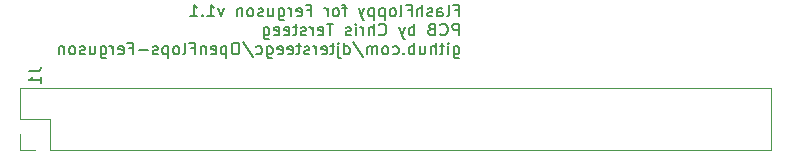
<source format=gbr>
G04 #@! TF.GenerationSoftware,KiCad,Pcbnew,8.0.7*
G04 #@! TF.CreationDate,2025-01-10T00:35:48-06:00*
G04 #@! TF.ProjectId,OpenFlops,4f70656e-466c-46f7-9073-2e6b69636164,1.0*
G04 #@! TF.SameCoordinates,PX72b28c8PY7654b98*
G04 #@! TF.FileFunction,Legend,Bot*
G04 #@! TF.FilePolarity,Positive*
%FSLAX46Y46*%
G04 Gerber Fmt 4.6, Leading zero omitted, Abs format (unit mm)*
G04 Created by KiCad (PCBNEW 8.0.7) date 2025-01-10 00:35:48*
%MOMM*%
%LPD*%
G01*
G04 APERTURE LIST*
%ADD10C,0.150000*%
%ADD11C,0.120000*%
G04 APERTURE END LIST*
D10*
X37429887Y36512879D02*
X37763220Y36512879D01*
X37763220Y35989069D02*
X37763220Y36989069D01*
X37763220Y36989069D02*
X37287030Y36989069D01*
X36763220Y35989069D02*
X36858458Y36036688D01*
X36858458Y36036688D02*
X36906077Y36131927D01*
X36906077Y36131927D02*
X36906077Y36989069D01*
X35953696Y35989069D02*
X35953696Y36512879D01*
X35953696Y36512879D02*
X36001315Y36608117D01*
X36001315Y36608117D02*
X36096553Y36655736D01*
X36096553Y36655736D02*
X36287029Y36655736D01*
X36287029Y36655736D02*
X36382267Y36608117D01*
X35953696Y36036688D02*
X36048934Y35989069D01*
X36048934Y35989069D02*
X36287029Y35989069D01*
X36287029Y35989069D02*
X36382267Y36036688D01*
X36382267Y36036688D02*
X36429886Y36131927D01*
X36429886Y36131927D02*
X36429886Y36227165D01*
X36429886Y36227165D02*
X36382267Y36322403D01*
X36382267Y36322403D02*
X36287029Y36370022D01*
X36287029Y36370022D02*
X36048934Y36370022D01*
X36048934Y36370022D02*
X35953696Y36417641D01*
X35525124Y36036688D02*
X35429886Y35989069D01*
X35429886Y35989069D02*
X35239410Y35989069D01*
X35239410Y35989069D02*
X35144172Y36036688D01*
X35144172Y36036688D02*
X35096553Y36131927D01*
X35096553Y36131927D02*
X35096553Y36179546D01*
X35096553Y36179546D02*
X35144172Y36274784D01*
X35144172Y36274784D02*
X35239410Y36322403D01*
X35239410Y36322403D02*
X35382267Y36322403D01*
X35382267Y36322403D02*
X35477505Y36370022D01*
X35477505Y36370022D02*
X35525124Y36465260D01*
X35525124Y36465260D02*
X35525124Y36512879D01*
X35525124Y36512879D02*
X35477505Y36608117D01*
X35477505Y36608117D02*
X35382267Y36655736D01*
X35382267Y36655736D02*
X35239410Y36655736D01*
X35239410Y36655736D02*
X35144172Y36608117D01*
X34667981Y35989069D02*
X34667981Y36989069D01*
X34239410Y35989069D02*
X34239410Y36512879D01*
X34239410Y36512879D02*
X34287029Y36608117D01*
X34287029Y36608117D02*
X34382267Y36655736D01*
X34382267Y36655736D02*
X34525124Y36655736D01*
X34525124Y36655736D02*
X34620362Y36608117D01*
X34620362Y36608117D02*
X34667981Y36560498D01*
X33429886Y36512879D02*
X33763219Y36512879D01*
X33763219Y35989069D02*
X33763219Y36989069D01*
X33763219Y36989069D02*
X33287029Y36989069D01*
X32763219Y35989069D02*
X32858457Y36036688D01*
X32858457Y36036688D02*
X32906076Y36131927D01*
X32906076Y36131927D02*
X32906076Y36989069D01*
X32239409Y35989069D02*
X32334647Y36036688D01*
X32334647Y36036688D02*
X32382266Y36084308D01*
X32382266Y36084308D02*
X32429885Y36179546D01*
X32429885Y36179546D02*
X32429885Y36465260D01*
X32429885Y36465260D02*
X32382266Y36560498D01*
X32382266Y36560498D02*
X32334647Y36608117D01*
X32334647Y36608117D02*
X32239409Y36655736D01*
X32239409Y36655736D02*
X32096552Y36655736D01*
X32096552Y36655736D02*
X32001314Y36608117D01*
X32001314Y36608117D02*
X31953695Y36560498D01*
X31953695Y36560498D02*
X31906076Y36465260D01*
X31906076Y36465260D02*
X31906076Y36179546D01*
X31906076Y36179546D02*
X31953695Y36084308D01*
X31953695Y36084308D02*
X32001314Y36036688D01*
X32001314Y36036688D02*
X32096552Y35989069D01*
X32096552Y35989069D02*
X32239409Y35989069D01*
X31477504Y36655736D02*
X31477504Y35655736D01*
X31477504Y36608117D02*
X31382266Y36655736D01*
X31382266Y36655736D02*
X31191790Y36655736D01*
X31191790Y36655736D02*
X31096552Y36608117D01*
X31096552Y36608117D02*
X31048933Y36560498D01*
X31048933Y36560498D02*
X31001314Y36465260D01*
X31001314Y36465260D02*
X31001314Y36179546D01*
X31001314Y36179546D02*
X31048933Y36084308D01*
X31048933Y36084308D02*
X31096552Y36036688D01*
X31096552Y36036688D02*
X31191790Y35989069D01*
X31191790Y35989069D02*
X31382266Y35989069D01*
X31382266Y35989069D02*
X31477504Y36036688D01*
X30572742Y36655736D02*
X30572742Y35655736D01*
X30572742Y36608117D02*
X30477504Y36655736D01*
X30477504Y36655736D02*
X30287028Y36655736D01*
X30287028Y36655736D02*
X30191790Y36608117D01*
X30191790Y36608117D02*
X30144171Y36560498D01*
X30144171Y36560498D02*
X30096552Y36465260D01*
X30096552Y36465260D02*
X30096552Y36179546D01*
X30096552Y36179546D02*
X30144171Y36084308D01*
X30144171Y36084308D02*
X30191790Y36036688D01*
X30191790Y36036688D02*
X30287028Y35989069D01*
X30287028Y35989069D02*
X30477504Y35989069D01*
X30477504Y35989069D02*
X30572742Y36036688D01*
X29763218Y36655736D02*
X29525123Y35989069D01*
X29287028Y36655736D02*
X29525123Y35989069D01*
X29525123Y35989069D02*
X29620361Y35750974D01*
X29620361Y35750974D02*
X29667980Y35703355D01*
X29667980Y35703355D02*
X29763218Y35655736D01*
X28287027Y36655736D02*
X27906075Y36655736D01*
X28144170Y35989069D02*
X28144170Y36846212D01*
X28144170Y36846212D02*
X28096551Y36941450D01*
X28096551Y36941450D02*
X28001313Y36989069D01*
X28001313Y36989069D02*
X27906075Y36989069D01*
X27429884Y35989069D02*
X27525122Y36036688D01*
X27525122Y36036688D02*
X27572741Y36084308D01*
X27572741Y36084308D02*
X27620360Y36179546D01*
X27620360Y36179546D02*
X27620360Y36465260D01*
X27620360Y36465260D02*
X27572741Y36560498D01*
X27572741Y36560498D02*
X27525122Y36608117D01*
X27525122Y36608117D02*
X27429884Y36655736D01*
X27429884Y36655736D02*
X27287027Y36655736D01*
X27287027Y36655736D02*
X27191789Y36608117D01*
X27191789Y36608117D02*
X27144170Y36560498D01*
X27144170Y36560498D02*
X27096551Y36465260D01*
X27096551Y36465260D02*
X27096551Y36179546D01*
X27096551Y36179546D02*
X27144170Y36084308D01*
X27144170Y36084308D02*
X27191789Y36036688D01*
X27191789Y36036688D02*
X27287027Y35989069D01*
X27287027Y35989069D02*
X27429884Y35989069D01*
X26667979Y35989069D02*
X26667979Y36655736D01*
X26667979Y36465260D02*
X26620360Y36560498D01*
X26620360Y36560498D02*
X26572741Y36608117D01*
X26572741Y36608117D02*
X26477503Y36655736D01*
X26477503Y36655736D02*
X26382265Y36655736D01*
X24953693Y36512879D02*
X25287026Y36512879D01*
X25287026Y35989069D02*
X25287026Y36989069D01*
X25287026Y36989069D02*
X24810836Y36989069D01*
X24048931Y36036688D02*
X24144169Y35989069D01*
X24144169Y35989069D02*
X24334645Y35989069D01*
X24334645Y35989069D02*
X24429883Y36036688D01*
X24429883Y36036688D02*
X24477502Y36131927D01*
X24477502Y36131927D02*
X24477502Y36512879D01*
X24477502Y36512879D02*
X24429883Y36608117D01*
X24429883Y36608117D02*
X24334645Y36655736D01*
X24334645Y36655736D02*
X24144169Y36655736D01*
X24144169Y36655736D02*
X24048931Y36608117D01*
X24048931Y36608117D02*
X24001312Y36512879D01*
X24001312Y36512879D02*
X24001312Y36417641D01*
X24001312Y36417641D02*
X24477502Y36322403D01*
X23572740Y35989069D02*
X23572740Y36655736D01*
X23572740Y36465260D02*
X23525121Y36560498D01*
X23525121Y36560498D02*
X23477502Y36608117D01*
X23477502Y36608117D02*
X23382264Y36655736D01*
X23382264Y36655736D02*
X23287026Y36655736D01*
X22525121Y36655736D02*
X22525121Y35846212D01*
X22525121Y35846212D02*
X22572740Y35750974D01*
X22572740Y35750974D02*
X22620359Y35703355D01*
X22620359Y35703355D02*
X22715597Y35655736D01*
X22715597Y35655736D02*
X22858454Y35655736D01*
X22858454Y35655736D02*
X22953692Y35703355D01*
X22525121Y36036688D02*
X22620359Y35989069D01*
X22620359Y35989069D02*
X22810835Y35989069D01*
X22810835Y35989069D02*
X22906073Y36036688D01*
X22906073Y36036688D02*
X22953692Y36084308D01*
X22953692Y36084308D02*
X23001311Y36179546D01*
X23001311Y36179546D02*
X23001311Y36465260D01*
X23001311Y36465260D02*
X22953692Y36560498D01*
X22953692Y36560498D02*
X22906073Y36608117D01*
X22906073Y36608117D02*
X22810835Y36655736D01*
X22810835Y36655736D02*
X22620359Y36655736D01*
X22620359Y36655736D02*
X22525121Y36608117D01*
X21620359Y36655736D02*
X21620359Y35989069D01*
X22048930Y36655736D02*
X22048930Y36131927D01*
X22048930Y36131927D02*
X22001311Y36036688D01*
X22001311Y36036688D02*
X21906073Y35989069D01*
X21906073Y35989069D02*
X21763216Y35989069D01*
X21763216Y35989069D02*
X21667978Y36036688D01*
X21667978Y36036688D02*
X21620359Y36084308D01*
X21191787Y36036688D02*
X21096549Y35989069D01*
X21096549Y35989069D02*
X20906073Y35989069D01*
X20906073Y35989069D02*
X20810835Y36036688D01*
X20810835Y36036688D02*
X20763216Y36131927D01*
X20763216Y36131927D02*
X20763216Y36179546D01*
X20763216Y36179546D02*
X20810835Y36274784D01*
X20810835Y36274784D02*
X20906073Y36322403D01*
X20906073Y36322403D02*
X21048930Y36322403D01*
X21048930Y36322403D02*
X21144168Y36370022D01*
X21144168Y36370022D02*
X21191787Y36465260D01*
X21191787Y36465260D02*
X21191787Y36512879D01*
X21191787Y36512879D02*
X21144168Y36608117D01*
X21144168Y36608117D02*
X21048930Y36655736D01*
X21048930Y36655736D02*
X20906073Y36655736D01*
X20906073Y36655736D02*
X20810835Y36608117D01*
X20191787Y35989069D02*
X20287025Y36036688D01*
X20287025Y36036688D02*
X20334644Y36084308D01*
X20334644Y36084308D02*
X20382263Y36179546D01*
X20382263Y36179546D02*
X20382263Y36465260D01*
X20382263Y36465260D02*
X20334644Y36560498D01*
X20334644Y36560498D02*
X20287025Y36608117D01*
X20287025Y36608117D02*
X20191787Y36655736D01*
X20191787Y36655736D02*
X20048930Y36655736D01*
X20048930Y36655736D02*
X19953692Y36608117D01*
X19953692Y36608117D02*
X19906073Y36560498D01*
X19906073Y36560498D02*
X19858454Y36465260D01*
X19858454Y36465260D02*
X19858454Y36179546D01*
X19858454Y36179546D02*
X19906073Y36084308D01*
X19906073Y36084308D02*
X19953692Y36036688D01*
X19953692Y36036688D02*
X20048930Y35989069D01*
X20048930Y35989069D02*
X20191787Y35989069D01*
X19429882Y36655736D02*
X19429882Y35989069D01*
X19429882Y36560498D02*
X19382263Y36608117D01*
X19382263Y36608117D02*
X19287025Y36655736D01*
X19287025Y36655736D02*
X19144168Y36655736D01*
X19144168Y36655736D02*
X19048930Y36608117D01*
X19048930Y36608117D02*
X19001311Y36512879D01*
X19001311Y36512879D02*
X19001311Y35989069D01*
X17858453Y36655736D02*
X17620358Y35989069D01*
X17620358Y35989069D02*
X17382263Y36655736D01*
X16477501Y35989069D02*
X17048929Y35989069D01*
X16763215Y35989069D02*
X16763215Y36989069D01*
X16763215Y36989069D02*
X16858453Y36846212D01*
X16858453Y36846212D02*
X16953691Y36750974D01*
X16953691Y36750974D02*
X17048929Y36703355D01*
X16048929Y36084308D02*
X16001310Y36036688D01*
X16001310Y36036688D02*
X16048929Y35989069D01*
X16048929Y35989069D02*
X16096548Y36036688D01*
X16096548Y36036688D02*
X16048929Y36084308D01*
X16048929Y36084308D02*
X16048929Y35989069D01*
X15048930Y35989069D02*
X15620358Y35989069D01*
X15334644Y35989069D02*
X15334644Y36989069D01*
X15334644Y36989069D02*
X15429882Y36846212D01*
X15429882Y36846212D02*
X15525120Y36750974D01*
X15525120Y36750974D02*
X15620358Y36703355D01*
X37763220Y34379125D02*
X37763220Y35379125D01*
X37763220Y35379125D02*
X37382268Y35379125D01*
X37382268Y35379125D02*
X37287030Y35331506D01*
X37287030Y35331506D02*
X37239411Y35283887D01*
X37239411Y35283887D02*
X37191792Y35188649D01*
X37191792Y35188649D02*
X37191792Y35045792D01*
X37191792Y35045792D02*
X37239411Y34950554D01*
X37239411Y34950554D02*
X37287030Y34902935D01*
X37287030Y34902935D02*
X37382268Y34855316D01*
X37382268Y34855316D02*
X37763220Y34855316D01*
X36191792Y34474364D02*
X36239411Y34426744D01*
X36239411Y34426744D02*
X36382268Y34379125D01*
X36382268Y34379125D02*
X36477506Y34379125D01*
X36477506Y34379125D02*
X36620363Y34426744D01*
X36620363Y34426744D02*
X36715601Y34521983D01*
X36715601Y34521983D02*
X36763220Y34617221D01*
X36763220Y34617221D02*
X36810839Y34807697D01*
X36810839Y34807697D02*
X36810839Y34950554D01*
X36810839Y34950554D02*
X36763220Y35141030D01*
X36763220Y35141030D02*
X36715601Y35236268D01*
X36715601Y35236268D02*
X36620363Y35331506D01*
X36620363Y35331506D02*
X36477506Y35379125D01*
X36477506Y35379125D02*
X36382268Y35379125D01*
X36382268Y35379125D02*
X36239411Y35331506D01*
X36239411Y35331506D02*
X36191792Y35283887D01*
X35429887Y34902935D02*
X35287030Y34855316D01*
X35287030Y34855316D02*
X35239411Y34807697D01*
X35239411Y34807697D02*
X35191792Y34712459D01*
X35191792Y34712459D02*
X35191792Y34569602D01*
X35191792Y34569602D02*
X35239411Y34474364D01*
X35239411Y34474364D02*
X35287030Y34426744D01*
X35287030Y34426744D02*
X35382268Y34379125D01*
X35382268Y34379125D02*
X35763220Y34379125D01*
X35763220Y34379125D02*
X35763220Y35379125D01*
X35763220Y35379125D02*
X35429887Y35379125D01*
X35429887Y35379125D02*
X35334649Y35331506D01*
X35334649Y35331506D02*
X35287030Y35283887D01*
X35287030Y35283887D02*
X35239411Y35188649D01*
X35239411Y35188649D02*
X35239411Y35093411D01*
X35239411Y35093411D02*
X35287030Y34998173D01*
X35287030Y34998173D02*
X35334649Y34950554D01*
X35334649Y34950554D02*
X35429887Y34902935D01*
X35429887Y34902935D02*
X35763220Y34902935D01*
X34001315Y34379125D02*
X34001315Y35379125D01*
X34001315Y34998173D02*
X33906077Y35045792D01*
X33906077Y35045792D02*
X33715601Y35045792D01*
X33715601Y35045792D02*
X33620363Y34998173D01*
X33620363Y34998173D02*
X33572744Y34950554D01*
X33572744Y34950554D02*
X33525125Y34855316D01*
X33525125Y34855316D02*
X33525125Y34569602D01*
X33525125Y34569602D02*
X33572744Y34474364D01*
X33572744Y34474364D02*
X33620363Y34426744D01*
X33620363Y34426744D02*
X33715601Y34379125D01*
X33715601Y34379125D02*
X33906077Y34379125D01*
X33906077Y34379125D02*
X34001315Y34426744D01*
X33191791Y35045792D02*
X32953696Y34379125D01*
X32715601Y35045792D02*
X32953696Y34379125D01*
X32953696Y34379125D02*
X33048934Y34141030D01*
X33048934Y34141030D02*
X33096553Y34093411D01*
X33096553Y34093411D02*
X33191791Y34045792D01*
X31001315Y34474364D02*
X31048934Y34426744D01*
X31048934Y34426744D02*
X31191791Y34379125D01*
X31191791Y34379125D02*
X31287029Y34379125D01*
X31287029Y34379125D02*
X31429886Y34426744D01*
X31429886Y34426744D02*
X31525124Y34521983D01*
X31525124Y34521983D02*
X31572743Y34617221D01*
X31572743Y34617221D02*
X31620362Y34807697D01*
X31620362Y34807697D02*
X31620362Y34950554D01*
X31620362Y34950554D02*
X31572743Y35141030D01*
X31572743Y35141030D02*
X31525124Y35236268D01*
X31525124Y35236268D02*
X31429886Y35331506D01*
X31429886Y35331506D02*
X31287029Y35379125D01*
X31287029Y35379125D02*
X31191791Y35379125D01*
X31191791Y35379125D02*
X31048934Y35331506D01*
X31048934Y35331506D02*
X31001315Y35283887D01*
X30572743Y34379125D02*
X30572743Y35379125D01*
X30144172Y34379125D02*
X30144172Y34902935D01*
X30144172Y34902935D02*
X30191791Y34998173D01*
X30191791Y34998173D02*
X30287029Y35045792D01*
X30287029Y35045792D02*
X30429886Y35045792D01*
X30429886Y35045792D02*
X30525124Y34998173D01*
X30525124Y34998173D02*
X30572743Y34950554D01*
X29667981Y34379125D02*
X29667981Y35045792D01*
X29667981Y34855316D02*
X29620362Y34950554D01*
X29620362Y34950554D02*
X29572743Y34998173D01*
X29572743Y34998173D02*
X29477505Y35045792D01*
X29477505Y35045792D02*
X29382267Y35045792D01*
X29048933Y34379125D02*
X29048933Y35045792D01*
X29048933Y35379125D02*
X29096552Y35331506D01*
X29096552Y35331506D02*
X29048933Y35283887D01*
X29048933Y35283887D02*
X29001314Y35331506D01*
X29001314Y35331506D02*
X29048933Y35379125D01*
X29048933Y35379125D02*
X29048933Y35283887D01*
X28620362Y34426744D02*
X28525124Y34379125D01*
X28525124Y34379125D02*
X28334648Y34379125D01*
X28334648Y34379125D02*
X28239410Y34426744D01*
X28239410Y34426744D02*
X28191791Y34521983D01*
X28191791Y34521983D02*
X28191791Y34569602D01*
X28191791Y34569602D02*
X28239410Y34664840D01*
X28239410Y34664840D02*
X28334648Y34712459D01*
X28334648Y34712459D02*
X28477505Y34712459D01*
X28477505Y34712459D02*
X28572743Y34760078D01*
X28572743Y34760078D02*
X28620362Y34855316D01*
X28620362Y34855316D02*
X28620362Y34902935D01*
X28620362Y34902935D02*
X28572743Y34998173D01*
X28572743Y34998173D02*
X28477505Y35045792D01*
X28477505Y35045792D02*
X28334648Y35045792D01*
X28334648Y35045792D02*
X28239410Y34998173D01*
X27144171Y35379125D02*
X26572743Y35379125D01*
X26858457Y34379125D02*
X26858457Y35379125D01*
X25858457Y34426744D02*
X25953695Y34379125D01*
X25953695Y34379125D02*
X26144171Y34379125D01*
X26144171Y34379125D02*
X26239409Y34426744D01*
X26239409Y34426744D02*
X26287028Y34521983D01*
X26287028Y34521983D02*
X26287028Y34902935D01*
X26287028Y34902935D02*
X26239409Y34998173D01*
X26239409Y34998173D02*
X26144171Y35045792D01*
X26144171Y35045792D02*
X25953695Y35045792D01*
X25953695Y35045792D02*
X25858457Y34998173D01*
X25858457Y34998173D02*
X25810838Y34902935D01*
X25810838Y34902935D02*
X25810838Y34807697D01*
X25810838Y34807697D02*
X26287028Y34712459D01*
X25382266Y34379125D02*
X25382266Y35045792D01*
X25382266Y34855316D02*
X25334647Y34950554D01*
X25334647Y34950554D02*
X25287028Y34998173D01*
X25287028Y34998173D02*
X25191790Y35045792D01*
X25191790Y35045792D02*
X25096552Y35045792D01*
X24810837Y34426744D02*
X24715599Y34379125D01*
X24715599Y34379125D02*
X24525123Y34379125D01*
X24525123Y34379125D02*
X24429885Y34426744D01*
X24429885Y34426744D02*
X24382266Y34521983D01*
X24382266Y34521983D02*
X24382266Y34569602D01*
X24382266Y34569602D02*
X24429885Y34664840D01*
X24429885Y34664840D02*
X24525123Y34712459D01*
X24525123Y34712459D02*
X24667980Y34712459D01*
X24667980Y34712459D02*
X24763218Y34760078D01*
X24763218Y34760078D02*
X24810837Y34855316D01*
X24810837Y34855316D02*
X24810837Y34902935D01*
X24810837Y34902935D02*
X24763218Y34998173D01*
X24763218Y34998173D02*
X24667980Y35045792D01*
X24667980Y35045792D02*
X24525123Y35045792D01*
X24525123Y35045792D02*
X24429885Y34998173D01*
X24096551Y35045792D02*
X23715599Y35045792D01*
X23953694Y35379125D02*
X23953694Y34521983D01*
X23953694Y34521983D02*
X23906075Y34426744D01*
X23906075Y34426744D02*
X23810837Y34379125D01*
X23810837Y34379125D02*
X23715599Y34379125D01*
X23001313Y34426744D02*
X23096551Y34379125D01*
X23096551Y34379125D02*
X23287027Y34379125D01*
X23287027Y34379125D02*
X23382265Y34426744D01*
X23382265Y34426744D02*
X23429884Y34521983D01*
X23429884Y34521983D02*
X23429884Y34902935D01*
X23429884Y34902935D02*
X23382265Y34998173D01*
X23382265Y34998173D02*
X23287027Y35045792D01*
X23287027Y35045792D02*
X23096551Y35045792D01*
X23096551Y35045792D02*
X23001313Y34998173D01*
X23001313Y34998173D02*
X22953694Y34902935D01*
X22953694Y34902935D02*
X22953694Y34807697D01*
X22953694Y34807697D02*
X23429884Y34712459D01*
X22144170Y34426744D02*
X22239408Y34379125D01*
X22239408Y34379125D02*
X22429884Y34379125D01*
X22429884Y34379125D02*
X22525122Y34426744D01*
X22525122Y34426744D02*
X22572741Y34521983D01*
X22572741Y34521983D02*
X22572741Y34902935D01*
X22572741Y34902935D02*
X22525122Y34998173D01*
X22525122Y34998173D02*
X22429884Y35045792D01*
X22429884Y35045792D02*
X22239408Y35045792D01*
X22239408Y35045792D02*
X22144170Y34998173D01*
X22144170Y34998173D02*
X22096551Y34902935D01*
X22096551Y34902935D02*
X22096551Y34807697D01*
X22096551Y34807697D02*
X22572741Y34712459D01*
X21239408Y35045792D02*
X21239408Y34236268D01*
X21239408Y34236268D02*
X21287027Y34141030D01*
X21287027Y34141030D02*
X21334646Y34093411D01*
X21334646Y34093411D02*
X21429884Y34045792D01*
X21429884Y34045792D02*
X21572741Y34045792D01*
X21572741Y34045792D02*
X21667979Y34093411D01*
X21239408Y34426744D02*
X21334646Y34379125D01*
X21334646Y34379125D02*
X21525122Y34379125D01*
X21525122Y34379125D02*
X21620360Y34426744D01*
X21620360Y34426744D02*
X21667979Y34474364D01*
X21667979Y34474364D02*
X21715598Y34569602D01*
X21715598Y34569602D02*
X21715598Y34855316D01*
X21715598Y34855316D02*
X21667979Y34950554D01*
X21667979Y34950554D02*
X21620360Y34998173D01*
X21620360Y34998173D02*
X21525122Y35045792D01*
X21525122Y35045792D02*
X21334646Y35045792D01*
X21334646Y35045792D02*
X21239408Y34998173D01*
X37334649Y33435848D02*
X37334649Y32626324D01*
X37334649Y32626324D02*
X37382268Y32531086D01*
X37382268Y32531086D02*
X37429887Y32483467D01*
X37429887Y32483467D02*
X37525125Y32435848D01*
X37525125Y32435848D02*
X37667982Y32435848D01*
X37667982Y32435848D02*
X37763220Y32483467D01*
X37334649Y32816800D02*
X37429887Y32769181D01*
X37429887Y32769181D02*
X37620363Y32769181D01*
X37620363Y32769181D02*
X37715601Y32816800D01*
X37715601Y32816800D02*
X37763220Y32864420D01*
X37763220Y32864420D02*
X37810839Y32959658D01*
X37810839Y32959658D02*
X37810839Y33245372D01*
X37810839Y33245372D02*
X37763220Y33340610D01*
X37763220Y33340610D02*
X37715601Y33388229D01*
X37715601Y33388229D02*
X37620363Y33435848D01*
X37620363Y33435848D02*
X37429887Y33435848D01*
X37429887Y33435848D02*
X37334649Y33388229D01*
X36858458Y32769181D02*
X36858458Y33435848D01*
X36858458Y33769181D02*
X36906077Y33721562D01*
X36906077Y33721562D02*
X36858458Y33673943D01*
X36858458Y33673943D02*
X36810839Y33721562D01*
X36810839Y33721562D02*
X36858458Y33769181D01*
X36858458Y33769181D02*
X36858458Y33673943D01*
X36525125Y33435848D02*
X36144173Y33435848D01*
X36382268Y33769181D02*
X36382268Y32912039D01*
X36382268Y32912039D02*
X36334649Y32816800D01*
X36334649Y32816800D02*
X36239411Y32769181D01*
X36239411Y32769181D02*
X36144173Y32769181D01*
X35810839Y32769181D02*
X35810839Y33769181D01*
X35382268Y32769181D02*
X35382268Y33292991D01*
X35382268Y33292991D02*
X35429887Y33388229D01*
X35429887Y33388229D02*
X35525125Y33435848D01*
X35525125Y33435848D02*
X35667982Y33435848D01*
X35667982Y33435848D02*
X35763220Y33388229D01*
X35763220Y33388229D02*
X35810839Y33340610D01*
X34477506Y33435848D02*
X34477506Y32769181D01*
X34906077Y33435848D02*
X34906077Y32912039D01*
X34906077Y32912039D02*
X34858458Y32816800D01*
X34858458Y32816800D02*
X34763220Y32769181D01*
X34763220Y32769181D02*
X34620363Y32769181D01*
X34620363Y32769181D02*
X34525125Y32816800D01*
X34525125Y32816800D02*
X34477506Y32864420D01*
X34001315Y32769181D02*
X34001315Y33769181D01*
X34001315Y33388229D02*
X33906077Y33435848D01*
X33906077Y33435848D02*
X33715601Y33435848D01*
X33715601Y33435848D02*
X33620363Y33388229D01*
X33620363Y33388229D02*
X33572744Y33340610D01*
X33572744Y33340610D02*
X33525125Y33245372D01*
X33525125Y33245372D02*
X33525125Y32959658D01*
X33525125Y32959658D02*
X33572744Y32864420D01*
X33572744Y32864420D02*
X33620363Y32816800D01*
X33620363Y32816800D02*
X33715601Y32769181D01*
X33715601Y32769181D02*
X33906077Y32769181D01*
X33906077Y32769181D02*
X34001315Y32816800D01*
X33096553Y32864420D02*
X33048934Y32816800D01*
X33048934Y32816800D02*
X33096553Y32769181D01*
X33096553Y32769181D02*
X33144172Y32816800D01*
X33144172Y32816800D02*
X33096553Y32864420D01*
X33096553Y32864420D02*
X33096553Y32769181D01*
X32191792Y32816800D02*
X32287030Y32769181D01*
X32287030Y32769181D02*
X32477506Y32769181D01*
X32477506Y32769181D02*
X32572744Y32816800D01*
X32572744Y32816800D02*
X32620363Y32864420D01*
X32620363Y32864420D02*
X32667982Y32959658D01*
X32667982Y32959658D02*
X32667982Y33245372D01*
X32667982Y33245372D02*
X32620363Y33340610D01*
X32620363Y33340610D02*
X32572744Y33388229D01*
X32572744Y33388229D02*
X32477506Y33435848D01*
X32477506Y33435848D02*
X32287030Y33435848D01*
X32287030Y33435848D02*
X32191792Y33388229D01*
X31620363Y32769181D02*
X31715601Y32816800D01*
X31715601Y32816800D02*
X31763220Y32864420D01*
X31763220Y32864420D02*
X31810839Y32959658D01*
X31810839Y32959658D02*
X31810839Y33245372D01*
X31810839Y33245372D02*
X31763220Y33340610D01*
X31763220Y33340610D02*
X31715601Y33388229D01*
X31715601Y33388229D02*
X31620363Y33435848D01*
X31620363Y33435848D02*
X31477506Y33435848D01*
X31477506Y33435848D02*
X31382268Y33388229D01*
X31382268Y33388229D02*
X31334649Y33340610D01*
X31334649Y33340610D02*
X31287030Y33245372D01*
X31287030Y33245372D02*
X31287030Y32959658D01*
X31287030Y32959658D02*
X31334649Y32864420D01*
X31334649Y32864420D02*
X31382268Y32816800D01*
X31382268Y32816800D02*
X31477506Y32769181D01*
X31477506Y32769181D02*
X31620363Y32769181D01*
X30858458Y32769181D02*
X30858458Y33435848D01*
X30858458Y33340610D02*
X30810839Y33388229D01*
X30810839Y33388229D02*
X30715601Y33435848D01*
X30715601Y33435848D02*
X30572744Y33435848D01*
X30572744Y33435848D02*
X30477506Y33388229D01*
X30477506Y33388229D02*
X30429887Y33292991D01*
X30429887Y33292991D02*
X30429887Y32769181D01*
X30429887Y33292991D02*
X30382268Y33388229D01*
X30382268Y33388229D02*
X30287030Y33435848D01*
X30287030Y33435848D02*
X30144173Y33435848D01*
X30144173Y33435848D02*
X30048934Y33388229D01*
X30048934Y33388229D02*
X30001315Y33292991D01*
X30001315Y33292991D02*
X30001315Y32769181D01*
X28810840Y33816800D02*
X29667982Y32531086D01*
X28048935Y32769181D02*
X28048935Y33769181D01*
X28048935Y32816800D02*
X28144173Y32769181D01*
X28144173Y32769181D02*
X28334649Y32769181D01*
X28334649Y32769181D02*
X28429887Y32816800D01*
X28429887Y32816800D02*
X28477506Y32864420D01*
X28477506Y32864420D02*
X28525125Y32959658D01*
X28525125Y32959658D02*
X28525125Y33245372D01*
X28525125Y33245372D02*
X28477506Y33340610D01*
X28477506Y33340610D02*
X28429887Y33388229D01*
X28429887Y33388229D02*
X28334649Y33435848D01*
X28334649Y33435848D02*
X28144173Y33435848D01*
X28144173Y33435848D02*
X28048935Y33388229D01*
X27572744Y33435848D02*
X27572744Y32578705D01*
X27572744Y32578705D02*
X27620363Y32483467D01*
X27620363Y32483467D02*
X27715601Y32435848D01*
X27715601Y32435848D02*
X27763220Y32435848D01*
X27572744Y33769181D02*
X27620363Y33721562D01*
X27620363Y33721562D02*
X27572744Y33673943D01*
X27572744Y33673943D02*
X27525125Y33721562D01*
X27525125Y33721562D02*
X27572744Y33769181D01*
X27572744Y33769181D02*
X27572744Y33673943D01*
X27239411Y33435848D02*
X26858459Y33435848D01*
X27096554Y33769181D02*
X27096554Y32912039D01*
X27096554Y32912039D02*
X27048935Y32816800D01*
X27048935Y32816800D02*
X26953697Y32769181D01*
X26953697Y32769181D02*
X26858459Y32769181D01*
X26144173Y32816800D02*
X26239411Y32769181D01*
X26239411Y32769181D02*
X26429887Y32769181D01*
X26429887Y32769181D02*
X26525125Y32816800D01*
X26525125Y32816800D02*
X26572744Y32912039D01*
X26572744Y32912039D02*
X26572744Y33292991D01*
X26572744Y33292991D02*
X26525125Y33388229D01*
X26525125Y33388229D02*
X26429887Y33435848D01*
X26429887Y33435848D02*
X26239411Y33435848D01*
X26239411Y33435848D02*
X26144173Y33388229D01*
X26144173Y33388229D02*
X26096554Y33292991D01*
X26096554Y33292991D02*
X26096554Y33197753D01*
X26096554Y33197753D02*
X26572744Y33102515D01*
X25667982Y32769181D02*
X25667982Y33435848D01*
X25667982Y33245372D02*
X25620363Y33340610D01*
X25620363Y33340610D02*
X25572744Y33388229D01*
X25572744Y33388229D02*
X25477506Y33435848D01*
X25477506Y33435848D02*
X25382268Y33435848D01*
X25096553Y32816800D02*
X25001315Y32769181D01*
X25001315Y32769181D02*
X24810839Y32769181D01*
X24810839Y32769181D02*
X24715601Y32816800D01*
X24715601Y32816800D02*
X24667982Y32912039D01*
X24667982Y32912039D02*
X24667982Y32959658D01*
X24667982Y32959658D02*
X24715601Y33054896D01*
X24715601Y33054896D02*
X24810839Y33102515D01*
X24810839Y33102515D02*
X24953696Y33102515D01*
X24953696Y33102515D02*
X25048934Y33150134D01*
X25048934Y33150134D02*
X25096553Y33245372D01*
X25096553Y33245372D02*
X25096553Y33292991D01*
X25096553Y33292991D02*
X25048934Y33388229D01*
X25048934Y33388229D02*
X24953696Y33435848D01*
X24953696Y33435848D02*
X24810839Y33435848D01*
X24810839Y33435848D02*
X24715601Y33388229D01*
X24382267Y33435848D02*
X24001315Y33435848D01*
X24239410Y33769181D02*
X24239410Y32912039D01*
X24239410Y32912039D02*
X24191791Y32816800D01*
X24191791Y32816800D02*
X24096553Y32769181D01*
X24096553Y32769181D02*
X24001315Y32769181D01*
X23287029Y32816800D02*
X23382267Y32769181D01*
X23382267Y32769181D02*
X23572743Y32769181D01*
X23572743Y32769181D02*
X23667981Y32816800D01*
X23667981Y32816800D02*
X23715600Y32912039D01*
X23715600Y32912039D02*
X23715600Y33292991D01*
X23715600Y33292991D02*
X23667981Y33388229D01*
X23667981Y33388229D02*
X23572743Y33435848D01*
X23572743Y33435848D02*
X23382267Y33435848D01*
X23382267Y33435848D02*
X23287029Y33388229D01*
X23287029Y33388229D02*
X23239410Y33292991D01*
X23239410Y33292991D02*
X23239410Y33197753D01*
X23239410Y33197753D02*
X23715600Y33102515D01*
X22429886Y32816800D02*
X22525124Y32769181D01*
X22525124Y32769181D02*
X22715600Y32769181D01*
X22715600Y32769181D02*
X22810838Y32816800D01*
X22810838Y32816800D02*
X22858457Y32912039D01*
X22858457Y32912039D02*
X22858457Y33292991D01*
X22858457Y33292991D02*
X22810838Y33388229D01*
X22810838Y33388229D02*
X22715600Y33435848D01*
X22715600Y33435848D02*
X22525124Y33435848D01*
X22525124Y33435848D02*
X22429886Y33388229D01*
X22429886Y33388229D02*
X22382267Y33292991D01*
X22382267Y33292991D02*
X22382267Y33197753D01*
X22382267Y33197753D02*
X22858457Y33102515D01*
X21525124Y33435848D02*
X21525124Y32626324D01*
X21525124Y32626324D02*
X21572743Y32531086D01*
X21572743Y32531086D02*
X21620362Y32483467D01*
X21620362Y32483467D02*
X21715600Y32435848D01*
X21715600Y32435848D02*
X21858457Y32435848D01*
X21858457Y32435848D02*
X21953695Y32483467D01*
X21525124Y32816800D02*
X21620362Y32769181D01*
X21620362Y32769181D02*
X21810838Y32769181D01*
X21810838Y32769181D02*
X21906076Y32816800D01*
X21906076Y32816800D02*
X21953695Y32864420D01*
X21953695Y32864420D02*
X22001314Y32959658D01*
X22001314Y32959658D02*
X22001314Y33245372D01*
X22001314Y33245372D02*
X21953695Y33340610D01*
X21953695Y33340610D02*
X21906076Y33388229D01*
X21906076Y33388229D02*
X21810838Y33435848D01*
X21810838Y33435848D02*
X21620362Y33435848D01*
X21620362Y33435848D02*
X21525124Y33388229D01*
X20620362Y32816800D02*
X20715600Y32769181D01*
X20715600Y32769181D02*
X20906076Y32769181D01*
X20906076Y32769181D02*
X21001314Y32816800D01*
X21001314Y32816800D02*
X21048933Y32864420D01*
X21048933Y32864420D02*
X21096552Y32959658D01*
X21096552Y32959658D02*
X21096552Y33245372D01*
X21096552Y33245372D02*
X21048933Y33340610D01*
X21048933Y33340610D02*
X21001314Y33388229D01*
X21001314Y33388229D02*
X20906076Y33435848D01*
X20906076Y33435848D02*
X20715600Y33435848D01*
X20715600Y33435848D02*
X20620362Y33388229D01*
X19477505Y33816800D02*
X20334647Y32531086D01*
X18953695Y33769181D02*
X18763219Y33769181D01*
X18763219Y33769181D02*
X18667981Y33721562D01*
X18667981Y33721562D02*
X18572743Y33626324D01*
X18572743Y33626324D02*
X18525124Y33435848D01*
X18525124Y33435848D02*
X18525124Y33102515D01*
X18525124Y33102515D02*
X18572743Y32912039D01*
X18572743Y32912039D02*
X18667981Y32816800D01*
X18667981Y32816800D02*
X18763219Y32769181D01*
X18763219Y32769181D02*
X18953695Y32769181D01*
X18953695Y32769181D02*
X19048933Y32816800D01*
X19048933Y32816800D02*
X19144171Y32912039D01*
X19144171Y32912039D02*
X19191790Y33102515D01*
X19191790Y33102515D02*
X19191790Y33435848D01*
X19191790Y33435848D02*
X19144171Y33626324D01*
X19144171Y33626324D02*
X19048933Y33721562D01*
X19048933Y33721562D02*
X18953695Y33769181D01*
X18096552Y33435848D02*
X18096552Y32435848D01*
X18096552Y33388229D02*
X18001314Y33435848D01*
X18001314Y33435848D02*
X17810838Y33435848D01*
X17810838Y33435848D02*
X17715600Y33388229D01*
X17715600Y33388229D02*
X17667981Y33340610D01*
X17667981Y33340610D02*
X17620362Y33245372D01*
X17620362Y33245372D02*
X17620362Y32959658D01*
X17620362Y32959658D02*
X17667981Y32864420D01*
X17667981Y32864420D02*
X17715600Y32816800D01*
X17715600Y32816800D02*
X17810838Y32769181D01*
X17810838Y32769181D02*
X18001314Y32769181D01*
X18001314Y32769181D02*
X18096552Y32816800D01*
X16810838Y32816800D02*
X16906076Y32769181D01*
X16906076Y32769181D02*
X17096552Y32769181D01*
X17096552Y32769181D02*
X17191790Y32816800D01*
X17191790Y32816800D02*
X17239409Y32912039D01*
X17239409Y32912039D02*
X17239409Y33292991D01*
X17239409Y33292991D02*
X17191790Y33388229D01*
X17191790Y33388229D02*
X17096552Y33435848D01*
X17096552Y33435848D02*
X16906076Y33435848D01*
X16906076Y33435848D02*
X16810838Y33388229D01*
X16810838Y33388229D02*
X16763219Y33292991D01*
X16763219Y33292991D02*
X16763219Y33197753D01*
X16763219Y33197753D02*
X17239409Y33102515D01*
X16334647Y33435848D02*
X16334647Y32769181D01*
X16334647Y33340610D02*
X16287028Y33388229D01*
X16287028Y33388229D02*
X16191790Y33435848D01*
X16191790Y33435848D02*
X16048933Y33435848D01*
X16048933Y33435848D02*
X15953695Y33388229D01*
X15953695Y33388229D02*
X15906076Y33292991D01*
X15906076Y33292991D02*
X15906076Y32769181D01*
X15096552Y33292991D02*
X15429885Y33292991D01*
X15429885Y32769181D02*
X15429885Y33769181D01*
X15429885Y33769181D02*
X14953695Y33769181D01*
X14429885Y32769181D02*
X14525123Y32816800D01*
X14525123Y32816800D02*
X14572742Y32912039D01*
X14572742Y32912039D02*
X14572742Y33769181D01*
X13906075Y32769181D02*
X14001313Y32816800D01*
X14001313Y32816800D02*
X14048932Y32864420D01*
X14048932Y32864420D02*
X14096551Y32959658D01*
X14096551Y32959658D02*
X14096551Y33245372D01*
X14096551Y33245372D02*
X14048932Y33340610D01*
X14048932Y33340610D02*
X14001313Y33388229D01*
X14001313Y33388229D02*
X13906075Y33435848D01*
X13906075Y33435848D02*
X13763218Y33435848D01*
X13763218Y33435848D02*
X13667980Y33388229D01*
X13667980Y33388229D02*
X13620361Y33340610D01*
X13620361Y33340610D02*
X13572742Y33245372D01*
X13572742Y33245372D02*
X13572742Y32959658D01*
X13572742Y32959658D02*
X13620361Y32864420D01*
X13620361Y32864420D02*
X13667980Y32816800D01*
X13667980Y32816800D02*
X13763218Y32769181D01*
X13763218Y32769181D02*
X13906075Y32769181D01*
X13144170Y33435848D02*
X13144170Y32435848D01*
X13144170Y33388229D02*
X13048932Y33435848D01*
X13048932Y33435848D02*
X12858456Y33435848D01*
X12858456Y33435848D02*
X12763218Y33388229D01*
X12763218Y33388229D02*
X12715599Y33340610D01*
X12715599Y33340610D02*
X12667980Y33245372D01*
X12667980Y33245372D02*
X12667980Y32959658D01*
X12667980Y32959658D02*
X12715599Y32864420D01*
X12715599Y32864420D02*
X12763218Y32816800D01*
X12763218Y32816800D02*
X12858456Y32769181D01*
X12858456Y32769181D02*
X13048932Y32769181D01*
X13048932Y32769181D02*
X13144170Y32816800D01*
X12287027Y32816800D02*
X12191789Y32769181D01*
X12191789Y32769181D02*
X12001313Y32769181D01*
X12001313Y32769181D02*
X11906075Y32816800D01*
X11906075Y32816800D02*
X11858456Y32912039D01*
X11858456Y32912039D02*
X11858456Y32959658D01*
X11858456Y32959658D02*
X11906075Y33054896D01*
X11906075Y33054896D02*
X12001313Y33102515D01*
X12001313Y33102515D02*
X12144170Y33102515D01*
X12144170Y33102515D02*
X12239408Y33150134D01*
X12239408Y33150134D02*
X12287027Y33245372D01*
X12287027Y33245372D02*
X12287027Y33292991D01*
X12287027Y33292991D02*
X12239408Y33388229D01*
X12239408Y33388229D02*
X12144170Y33435848D01*
X12144170Y33435848D02*
X12001313Y33435848D01*
X12001313Y33435848D02*
X11906075Y33388229D01*
X11429884Y33150134D02*
X10667980Y33150134D01*
X9858456Y33292991D02*
X10191789Y33292991D01*
X10191789Y32769181D02*
X10191789Y33769181D01*
X10191789Y33769181D02*
X9715599Y33769181D01*
X8953694Y32816800D02*
X9048932Y32769181D01*
X9048932Y32769181D02*
X9239408Y32769181D01*
X9239408Y32769181D02*
X9334646Y32816800D01*
X9334646Y32816800D02*
X9382265Y32912039D01*
X9382265Y32912039D02*
X9382265Y33292991D01*
X9382265Y33292991D02*
X9334646Y33388229D01*
X9334646Y33388229D02*
X9239408Y33435848D01*
X9239408Y33435848D02*
X9048932Y33435848D01*
X9048932Y33435848D02*
X8953694Y33388229D01*
X8953694Y33388229D02*
X8906075Y33292991D01*
X8906075Y33292991D02*
X8906075Y33197753D01*
X8906075Y33197753D02*
X9382265Y33102515D01*
X8477503Y32769181D02*
X8477503Y33435848D01*
X8477503Y33245372D02*
X8429884Y33340610D01*
X8429884Y33340610D02*
X8382265Y33388229D01*
X8382265Y33388229D02*
X8287027Y33435848D01*
X8287027Y33435848D02*
X8191789Y33435848D01*
X7429884Y33435848D02*
X7429884Y32626324D01*
X7429884Y32626324D02*
X7477503Y32531086D01*
X7477503Y32531086D02*
X7525122Y32483467D01*
X7525122Y32483467D02*
X7620360Y32435848D01*
X7620360Y32435848D02*
X7763217Y32435848D01*
X7763217Y32435848D02*
X7858455Y32483467D01*
X7429884Y32816800D02*
X7525122Y32769181D01*
X7525122Y32769181D02*
X7715598Y32769181D01*
X7715598Y32769181D02*
X7810836Y32816800D01*
X7810836Y32816800D02*
X7858455Y32864420D01*
X7858455Y32864420D02*
X7906074Y32959658D01*
X7906074Y32959658D02*
X7906074Y33245372D01*
X7906074Y33245372D02*
X7858455Y33340610D01*
X7858455Y33340610D02*
X7810836Y33388229D01*
X7810836Y33388229D02*
X7715598Y33435848D01*
X7715598Y33435848D02*
X7525122Y33435848D01*
X7525122Y33435848D02*
X7429884Y33388229D01*
X6525122Y33435848D02*
X6525122Y32769181D01*
X6953693Y33435848D02*
X6953693Y32912039D01*
X6953693Y32912039D02*
X6906074Y32816800D01*
X6906074Y32816800D02*
X6810836Y32769181D01*
X6810836Y32769181D02*
X6667979Y32769181D01*
X6667979Y32769181D02*
X6572741Y32816800D01*
X6572741Y32816800D02*
X6525122Y32864420D01*
X6096550Y32816800D02*
X6001312Y32769181D01*
X6001312Y32769181D02*
X5810836Y32769181D01*
X5810836Y32769181D02*
X5715598Y32816800D01*
X5715598Y32816800D02*
X5667979Y32912039D01*
X5667979Y32912039D02*
X5667979Y32959658D01*
X5667979Y32959658D02*
X5715598Y33054896D01*
X5715598Y33054896D02*
X5810836Y33102515D01*
X5810836Y33102515D02*
X5953693Y33102515D01*
X5953693Y33102515D02*
X6048931Y33150134D01*
X6048931Y33150134D02*
X6096550Y33245372D01*
X6096550Y33245372D02*
X6096550Y33292991D01*
X6096550Y33292991D02*
X6048931Y33388229D01*
X6048931Y33388229D02*
X5953693Y33435848D01*
X5953693Y33435848D02*
X5810836Y33435848D01*
X5810836Y33435848D02*
X5715598Y33388229D01*
X5096550Y32769181D02*
X5191788Y32816800D01*
X5191788Y32816800D02*
X5239407Y32864420D01*
X5239407Y32864420D02*
X5287026Y32959658D01*
X5287026Y32959658D02*
X5287026Y33245372D01*
X5287026Y33245372D02*
X5239407Y33340610D01*
X5239407Y33340610D02*
X5191788Y33388229D01*
X5191788Y33388229D02*
X5096550Y33435848D01*
X5096550Y33435848D02*
X4953693Y33435848D01*
X4953693Y33435848D02*
X4858455Y33388229D01*
X4858455Y33388229D02*
X4810836Y33340610D01*
X4810836Y33340610D02*
X4763217Y33245372D01*
X4763217Y33245372D02*
X4763217Y32959658D01*
X4763217Y32959658D02*
X4810836Y32864420D01*
X4810836Y32864420D02*
X4858455Y32816800D01*
X4858455Y32816800D02*
X4953693Y32769181D01*
X4953693Y32769181D02*
X5096550Y32769181D01*
X4334645Y33435848D02*
X4334645Y32769181D01*
X4334645Y33340610D02*
X4287026Y33388229D01*
X4287026Y33388229D02*
X4191788Y33435848D01*
X4191788Y33435848D02*
X4048931Y33435848D01*
X4048931Y33435848D02*
X3953693Y33388229D01*
X3953693Y33388229D02*
X3906074Y33292991D01*
X3906074Y33292991D02*
X3906074Y32769181D01*
X1359819Y31321334D02*
X2074104Y31321334D01*
X2074104Y31321334D02*
X2216961Y31368953D01*
X2216961Y31368953D02*
X2312200Y31464191D01*
X2312200Y31464191D02*
X2359819Y31607048D01*
X2359819Y31607048D02*
X2359819Y31702286D01*
X2359819Y30321334D02*
X2359819Y30892762D01*
X2359819Y30607048D02*
X1359819Y30607048D01*
X1359819Y30607048D02*
X1502676Y30702286D01*
X1502676Y30702286D02*
X1597914Y30797524D01*
X1597914Y30797524D02*
X1645533Y30892762D01*
D11*
X64195000Y29905000D02*
X64195000Y24705000D01*
X575000Y29905000D02*
X64195000Y29905000D01*
X575000Y29905000D02*
X575000Y27305000D01*
X3175000Y27305000D02*
X3175000Y24705000D01*
X575000Y27305000D02*
X3175000Y27305000D01*
X575000Y26035000D02*
X575000Y24705000D01*
X3175000Y24705000D02*
X64195000Y24705000D01*
X575000Y24705000D02*
X1905000Y24705000D01*
M02*

</source>
